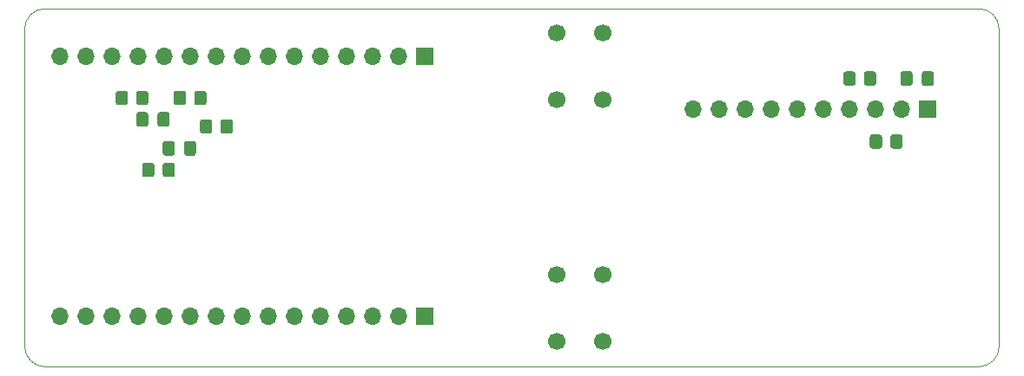
<source format=gbr>
G04 #@! TF.GenerationSoftware,KiCad,Pcbnew,(5.1.10)-1*
G04 #@! TF.CreationDate,2021-10-12T16:57:56+02:00*
G04 #@! TF.ProjectId,esp32-imu,65737033-322d-4696-9d75-2e6b69636164,v0.1.0*
G04 #@! TF.SameCoordinates,Original*
G04 #@! TF.FileFunction,Soldermask,Top*
G04 #@! TF.FilePolarity,Negative*
%FSLAX46Y46*%
G04 Gerber Fmt 4.6, Leading zero omitted, Abs format (unit mm)*
G04 Created by KiCad (PCBNEW (5.1.10)-1) date 2021-10-12 16:57:56*
%MOMM*%
%LPD*%
G01*
G04 APERTURE LIST*
G04 #@! TA.AperFunction,Profile*
%ADD10C,0.050000*%
G04 #@! TD*
%ADD11C,1.700000*%
%ADD12O,1.700000X1.700000*%
%ADD13R,1.700000X1.700000*%
G04 APERTURE END LIST*
D10*
X196212400Y-117289960D02*
G75*
G03*
X198212400Y-115289960I0J2000000D01*
G01*
X198212400Y-84289960D02*
G75*
G03*
X196212400Y-82289960I-2000000J0D01*
G01*
X105212400Y-82289960D02*
G75*
G03*
X103212400Y-84289960I0J-2000000D01*
G01*
X105212400Y-117289960D02*
G75*
G02*
X103212400Y-115289960I0J2000000D01*
G01*
X196212400Y-82289960D02*
X105212400Y-82289960D01*
X198212400Y-115289960D02*
X198212400Y-84289960D01*
X105212400Y-117289960D02*
X196212400Y-117289960D01*
X103212400Y-84289960D02*
X103212400Y-115289960D01*
G36*
G01*
X121504760Y-93354739D02*
X121504760Y-94254741D01*
G75*
G02*
X121254761Y-94504740I-249999J0D01*
G01*
X120554759Y-94504740D01*
G75*
G02*
X120304760Y-94254741I0J249999D01*
G01*
X120304760Y-93354739D01*
G75*
G02*
X120554759Y-93104740I249999J0D01*
G01*
X121254761Y-93104740D01*
G75*
G02*
X121504760Y-93354739I0J-249999D01*
G01*
G37*
G36*
G01*
X123504760Y-93354739D02*
X123504760Y-94254741D01*
G75*
G02*
X123254761Y-94504740I-249999J0D01*
G01*
X122554759Y-94504740D01*
G75*
G02*
X122304760Y-94254741I0J249999D01*
G01*
X122304760Y-93354739D01*
G75*
G02*
X122554759Y-93104740I249999J0D01*
G01*
X123254761Y-93104740D01*
G75*
G02*
X123504760Y-93354739I0J-249999D01*
G01*
G37*
G36*
G01*
X184222440Y-88673519D02*
X184222440Y-89573521D01*
G75*
G02*
X183972441Y-89823520I-249999J0D01*
G01*
X183272439Y-89823520D01*
G75*
G02*
X183022440Y-89573521I0J249999D01*
G01*
X183022440Y-88673519D01*
G75*
G02*
X183272439Y-88423520I249999J0D01*
G01*
X183972441Y-88423520D01*
G75*
G02*
X184222440Y-88673519I0J-249999D01*
G01*
G37*
G36*
G01*
X186222440Y-88673519D02*
X186222440Y-89573521D01*
G75*
G02*
X185972441Y-89823520I-249999J0D01*
G01*
X185272439Y-89823520D01*
G75*
G02*
X185022440Y-89573521I0J249999D01*
G01*
X185022440Y-88673519D01*
G75*
G02*
X185272439Y-88423520I249999J0D01*
G01*
X185972441Y-88423520D01*
G75*
G02*
X186222440Y-88673519I0J-249999D01*
G01*
G37*
G36*
G01*
X116661820Y-98509241D02*
X116661820Y-97609239D01*
G75*
G02*
X116911819Y-97359240I249999J0D01*
G01*
X117611821Y-97359240D01*
G75*
G02*
X117861820Y-97609239I0J-249999D01*
G01*
X117861820Y-98509241D01*
G75*
G02*
X117611821Y-98759240I-249999J0D01*
G01*
X116911819Y-98759240D01*
G75*
G02*
X116661820Y-98509241I0J249999D01*
G01*
G37*
G36*
G01*
X114661820Y-98509241D02*
X114661820Y-97609239D01*
G75*
G02*
X114911819Y-97359240I249999J0D01*
G01*
X115611821Y-97359240D01*
G75*
G02*
X115861820Y-97609239I0J-249999D01*
G01*
X115861820Y-98509241D01*
G75*
G02*
X115611821Y-98759240I-249999J0D01*
G01*
X114911819Y-98759240D01*
G75*
G02*
X114661820Y-98509241I0J249999D01*
G01*
G37*
G36*
G01*
X186792920Y-94830479D02*
X186792920Y-95730481D01*
G75*
G02*
X186542921Y-95980480I-249999J0D01*
G01*
X185842919Y-95980480D01*
G75*
G02*
X185592920Y-95730481I0J249999D01*
G01*
X185592920Y-94830479D01*
G75*
G02*
X185842919Y-94580480I249999J0D01*
G01*
X186542921Y-94580480D01*
G75*
G02*
X186792920Y-94830479I0J-249999D01*
G01*
G37*
G36*
G01*
X188792920Y-94830479D02*
X188792920Y-95730481D01*
G75*
G02*
X188542921Y-95980480I-249999J0D01*
G01*
X187842919Y-95980480D01*
G75*
G02*
X187592920Y-95730481I0J249999D01*
G01*
X187592920Y-94830479D01*
G75*
G02*
X187842919Y-94580480I249999J0D01*
G01*
X188542921Y-94580480D01*
G75*
G02*
X188792920Y-94830479I0J-249999D01*
G01*
G37*
G36*
G01*
X118936820Y-90575979D02*
X118936820Y-91475981D01*
G75*
G02*
X118686821Y-91725980I-249999J0D01*
G01*
X117986819Y-91725980D01*
G75*
G02*
X117736820Y-91475981I0J249999D01*
G01*
X117736820Y-90575979D01*
G75*
G02*
X117986819Y-90325980I249999J0D01*
G01*
X118686821Y-90325980D01*
G75*
G02*
X118936820Y-90575979I0J-249999D01*
G01*
G37*
G36*
G01*
X120936820Y-90575979D02*
X120936820Y-91475981D01*
G75*
G02*
X120686821Y-91725980I-249999J0D01*
G01*
X119986819Y-91725980D01*
G75*
G02*
X119736820Y-91475981I0J249999D01*
G01*
X119736820Y-90575979D01*
G75*
G02*
X119986819Y-90325980I249999J0D01*
G01*
X120686821Y-90325980D01*
G75*
G02*
X120936820Y-90575979I0J-249999D01*
G01*
G37*
G36*
G01*
X114082360Y-91475981D02*
X114082360Y-90575979D01*
G75*
G02*
X114332359Y-90325980I249999J0D01*
G01*
X115032361Y-90325980D01*
G75*
G02*
X115282360Y-90575979I0J-249999D01*
G01*
X115282360Y-91475981D01*
G75*
G02*
X115032361Y-91725980I-249999J0D01*
G01*
X114332359Y-91725980D01*
G75*
G02*
X114082360Y-91475981I0J249999D01*
G01*
G37*
G36*
G01*
X112082360Y-91475981D02*
X112082360Y-90575979D01*
G75*
G02*
X112332359Y-90325980I249999J0D01*
G01*
X113032361Y-90325980D01*
G75*
G02*
X113282360Y-90575979I0J-249999D01*
G01*
X113282360Y-91475981D01*
G75*
G02*
X113032361Y-91725980I-249999J0D01*
G01*
X112332359Y-91725980D01*
G75*
G02*
X112082360Y-91475981I0J249999D01*
G01*
G37*
G36*
G01*
X189765520Y-88648520D02*
X189765520Y-89598520D01*
G75*
G02*
X189515520Y-89848520I-250000J0D01*
G01*
X188840520Y-89848520D01*
G75*
G02*
X188590520Y-89598520I0J250000D01*
G01*
X188590520Y-88648520D01*
G75*
G02*
X188840520Y-88398520I250000J0D01*
G01*
X189515520Y-88398520D01*
G75*
G02*
X189765520Y-88648520I0J-250000D01*
G01*
G37*
G36*
G01*
X191840520Y-88648520D02*
X191840520Y-89598520D01*
G75*
G02*
X191590520Y-89848520I-250000J0D01*
G01*
X190915520Y-89848520D01*
G75*
G02*
X190665520Y-89598520I0J250000D01*
G01*
X190665520Y-88648520D01*
G75*
G02*
X190915520Y-88398520I250000J0D01*
G01*
X191590520Y-88398520D01*
G75*
G02*
X191840520Y-88648520I0J-250000D01*
G01*
G37*
G36*
G01*
X117849320Y-95470960D02*
X117849320Y-96420960D01*
G75*
G02*
X117599320Y-96670960I-250000J0D01*
G01*
X116924320Y-96670960D01*
G75*
G02*
X116674320Y-96420960I0J250000D01*
G01*
X116674320Y-95470960D01*
G75*
G02*
X116924320Y-95220960I250000J0D01*
G01*
X117599320Y-95220960D01*
G75*
G02*
X117849320Y-95470960I0J-250000D01*
G01*
G37*
G36*
G01*
X119924320Y-95470960D02*
X119924320Y-96420960D01*
G75*
G02*
X119674320Y-96670960I-250000J0D01*
G01*
X118999320Y-96670960D01*
G75*
G02*
X118749320Y-96420960I0J250000D01*
G01*
X118749320Y-95470960D01*
G75*
G02*
X118999320Y-95220960I250000J0D01*
G01*
X119674320Y-95220960D01*
G75*
G02*
X119924320Y-95470960I0J-250000D01*
G01*
G37*
G36*
G01*
X115269860Y-92643940D02*
X115269860Y-93593940D01*
G75*
G02*
X115019860Y-93843940I-250000J0D01*
G01*
X114344860Y-93843940D01*
G75*
G02*
X114094860Y-93593940I0J250000D01*
G01*
X114094860Y-92643940D01*
G75*
G02*
X114344860Y-92393940I250000J0D01*
G01*
X115019860Y-92393940D01*
G75*
G02*
X115269860Y-92643940I0J-250000D01*
G01*
G37*
G36*
G01*
X117344860Y-92643940D02*
X117344860Y-93593940D01*
G75*
G02*
X117094860Y-93843940I-250000J0D01*
G01*
X116419860Y-93843940D01*
G75*
G02*
X116169860Y-93593940I0J250000D01*
G01*
X116169860Y-92643940D01*
G75*
G02*
X116419860Y-92393940I250000J0D01*
G01*
X117094860Y-92393940D01*
G75*
G02*
X117344860Y-92643940I0J-250000D01*
G01*
G37*
D11*
X155077160Y-114797840D03*
X155077160Y-108297840D03*
X159577160Y-114797840D03*
X159577160Y-108297840D03*
X155077160Y-91201240D03*
X155077160Y-84701240D03*
X159577160Y-91201240D03*
X159577160Y-84701240D03*
D12*
X168396920Y-92124400D03*
X170936920Y-92124400D03*
X173476920Y-92124400D03*
X176016920Y-92124400D03*
X178556920Y-92124400D03*
X181096920Y-92124400D03*
X183636920Y-92124400D03*
X186176920Y-92124400D03*
X188716920Y-92124400D03*
D13*
X191256920Y-92124400D03*
D12*
X106640720Y-112324400D03*
X109180720Y-112324400D03*
X111720720Y-112324400D03*
X114260720Y-112324400D03*
X116800720Y-112324400D03*
X119340720Y-112324400D03*
X121880720Y-112324400D03*
X124420720Y-112324400D03*
X126960720Y-112324400D03*
X129500720Y-112324400D03*
X132040720Y-112324400D03*
X134580720Y-112324400D03*
X137120720Y-112324400D03*
X139660720Y-112324400D03*
D13*
X142200720Y-112324400D03*
D12*
X106640720Y-86924400D03*
X109180720Y-86924400D03*
X111720720Y-86924400D03*
X114260720Y-86924400D03*
X116800720Y-86924400D03*
X119340720Y-86924400D03*
X121880720Y-86924400D03*
X124420720Y-86924400D03*
X126960720Y-86924400D03*
X129500720Y-86924400D03*
X132040720Y-86924400D03*
X134580720Y-86924400D03*
X137120720Y-86924400D03*
X139660720Y-86924400D03*
D13*
X142200720Y-86924400D03*
M02*

</source>
